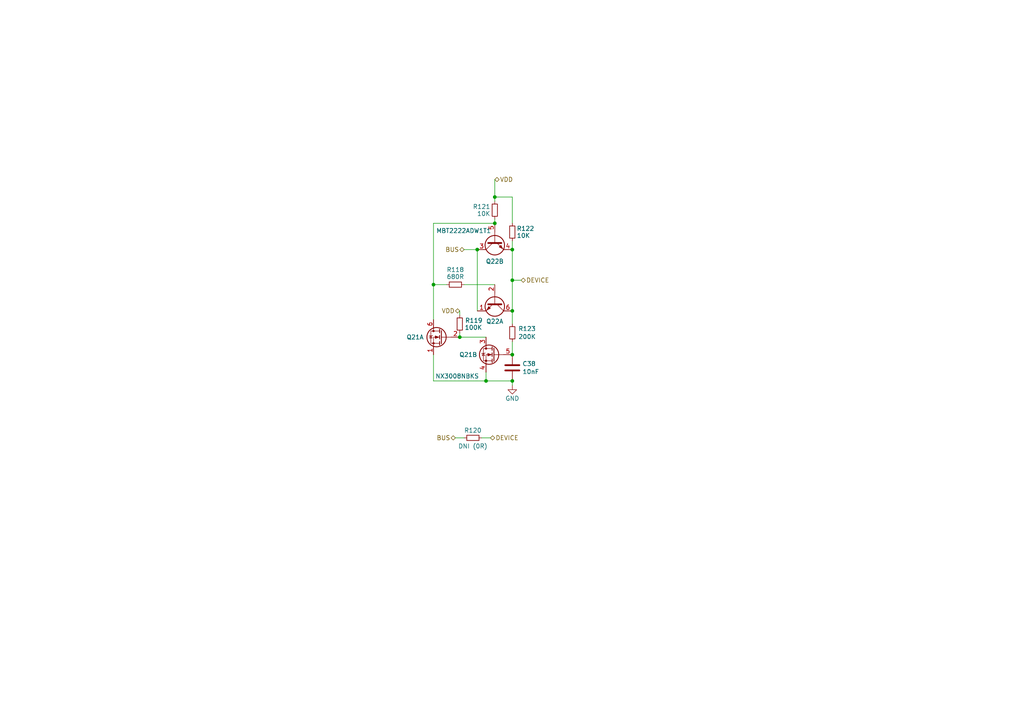
<source format=kicad_sch>
(kicad_sch (version 20231120) (generator "eeschema") (generator_version "8.0")
  (paper "A4")
  (lib_symbols
    (symbol "Device:C" (pin_numbers hide) (pin_names (offset 0.254))
      (property "Reference" "C" (at 0.635 2.54 0))
      (property "Value" "C" (at 0.635 -2.54 0))
      (symbol "C_0_1"
        (polyline (pts (xy -2.032 -0.762) (xy 2.032 -0.762)) (stroke (width 0.508)))
        (polyline (pts (xy -2.032 0.762) (xy 2.032 0.762)) (stroke (width 0.508)))
      )
      (symbol "C_1_1"
        (pin passive line (at 0 3.81 270) (length 2.794) (name "~") (number "1"))
        (pin passive line (at 0 -3.81 90) (length 2.794) (name "~") (number "2"))
      )
    )
    (symbol "Device:R_Small" (pin_numbers hide) (pin_names (offset 0.254) hide)
      (property "Reference" "R" (at 0.762 0.508 0))
      (property "Value" "R_Small" (at 0.762 -1.016 0))
      (symbol "R_Small_0_1"
        (rectangle (start -0.762 1.778) (end 0.762 -1.778) (stroke (width 0.2032)))
      )
      (symbol "R_Small_1_1"
        (pin passive line (at 0 2.54 270) (length 0.762) (name "~") (number "1"))
        (pin passive line (at 0 -2.54 90) (length 0.762) (name "~") (number "2"))
      )
    )
    (symbol "Transistor_BJT:MBT2222ADW1T1" (pin_names (offset 0) hide)
      (property "Reference" "Q" (at 5.08 1.27 0))
      (property "Value" "MBT2222ADW1T1" (at 5.08 -1.27 0))
      (symbol "MBT2222ADW1T1_0_1"
        (polyline (pts (xy 0.635 0) (xy -2.54 0)))
        (polyline (pts (xy 0.635 0.635) (xy 2.54 2.54)))
        (polyline (pts (xy 0.635 -0.635) (xy 2.54 -2.54) (xy 2.54 -2.54)))
        (polyline (pts (xy 0.635 1.905) (xy 0.635 -1.905) (xy 0.635 -1.905)) (stroke (width 0.508)))
        (polyline (pts (xy 1.27 -1.778) (xy 1.778 -1.27) (xy 2.286 -2.286) (xy 1.27 -1.778) (xy 1.27 -1.778)) (fill (type outline)))
        (circle (center 1.27 0) (radius 2.8194) (stroke (width 0.254)))
      )
      (symbol "MBT2222ADW1T1_1_1"
        (pin passive line (at 2.54 -5.08 90) (length 2.54) (name "E1") (number "1"))
        (pin input line (at -5.08 0 0) (length 2.54) (name "B1") (number "2"))
        (pin passive line (at 2.54 5.08 270) (length 2.54) (name "C1") (number "6"))
      )
      (symbol "MBT2222ADW1T1_2_1"
        (pin passive line (at 2.54 5.08 270) (length 2.54) (name "C2") (number "3"))
        (pin passive line (at 2.54 -5.08 90) (length 2.54) (name "E2") (number "4"))
        (pin input line (at -5.08 0 0) (length 2.54) (name "B2") (number "5"))
      )
    )
    (symbol "mainboard:NX3008NBKS" (pin_names (offset 0.762) hide)
      (property "Reference" "Q" (at 5.08 1.27 0))
      (property "Value" "NX3008NBKS" (at 5.08 -1.27 0))
      (symbol "NX3008NBKS_1_1"
        (polyline (pts (xy -1.016 0) (xy -3.81 0)))
        (polyline (pts (xy -1.016 1.905) (xy -1.016 -1.905)) (stroke (width 0.254)))
        (polyline (pts (xy -0.508 -1.27) (xy -0.508 -2.286)) (stroke (width 0.254)))
        (polyline (pts (xy -0.508 0.508) (xy -0.508 -0.508)) (stroke (width 0.254)))
        (polyline (pts (xy -0.508 2.286) (xy -0.508 1.27)) (stroke (width 0.254)))
        (polyline (pts (xy 1.27 2.54) (xy 1.27 1.778)))
        (polyline (pts (xy 1.27 -2.54) (xy 1.27 0) (xy -0.508 0)))
        (polyline (pts (xy -0.508 -1.778) (xy 2.032 -1.778) (xy 2.032 1.778) (xy -0.508 1.778)))
        (polyline (pts (xy -0.254 0) (xy 0.762 0.381) (xy 0.762 -0.381) (xy -0.254 0)) (fill (type outline)))
        (polyline (pts (xy 1.524 0.508) (xy 1.651 0.381) (xy 2.413 0.381) (xy 2.54 0.254)))
        (polyline (pts (xy 2.032 0.381) (xy 1.651 -0.254) (xy 2.413 -0.254) (xy 2.032 0.381)))
        (circle (center 0.381 0) (radius 2.794) (stroke (width 0.254)))
        (circle (center 1.27 -1.778) (radius 0.254) (fill (type outline)))
        (circle (center 1.27 1.778) (radius 0.254) (fill (type outline)))
        (pin passive line (at 1.27 -5.08 90) (length 2.54) (name "S2") (number "1"))
        (pin input line (at -6.35 0 0) (length 2.54) (name "G2") (number "2"))
        (pin passive line (at 1.27 5.08 270) (length 2.54) (name "D1") (number "6"))
      )
      (symbol "NX3008NBKS_2_1"
        (polyline (pts (xy -1.016 0) (xy -3.81 0)))
        (polyline (pts (xy -1.016 1.905) (xy -1.016 -1.905)) (stroke (width 0.254)))
        (polyline (pts (xy -0.508 -1.27) (xy -0.508 -2.286)) (stroke (width 0.254)))
        (polyline (pts (xy -0.508 0.508) (xy -0.508 -0.508)) (stroke (width 0.254)))
        (polyline (pts (xy -0.508 2.286) (xy -0.508 1.27)) (stroke (width 0.254)))
        (polyline (pts (xy 1.27 2.54) (xy 1.27 1.778)))
        (polyline (pts (xy 1.27 -2.54) (xy 1.27 0) (xy -0.508 0)))
        (polyline (pts (xy -0.508 -1.778) (xy 2.032 -1.778) (xy 2.032 1.778) (xy -0.508 1.778)))
        (polyline (pts (xy -0.254 0) (xy 0.762 0.381) (xy 0.762 -0.381) (xy -0.254 0)) (fill (type outline)))
        (polyline (pts (xy 1.524 0.508) (xy 1.651 0.381) (xy 2.413 0.381) (xy 2.54 0.254)))
        (polyline (pts (xy 2.032 0.381) (xy 1.651 -0.254) (xy 2.413 -0.254) (xy 2.032 0.381)))
        (circle (center 0.381 0) (radius 2.794) (stroke (width 0.254)))
        (circle (center 1.27 -1.778) (radius 0.254) (fill (type outline)))
        (circle (center 1.27 1.778) (radius 0.254) (fill (type outline)))
        (pin passive line (at 1.27 5.08 270) (length 2.54) (name "D2") (number "3"))
        (pin passive line (at 1.27 -5.08 90) (length 2.54) (name "S1") (number "4"))
        (pin input line (at -6.35 0 0) (length 2.54) (name "G1") (number "5"))
      )
    )
    (symbol "power:GND" (power) (pin_numbers hide) (pin_names (offset 0) hide)
      (property "Value" "GND" (at 0 -3.81 0))
      (symbol "GND_0_1"
        (polyline (pts (xy 0 0) (xy 0 -1.27) (xy 1.27 -1.27) (xy 0 -2.54) (xy -1.27 -1.27) (xy 0 -1.27)))
      )
      (symbol "GND_1_1"
        (pin power_in line (at 0 0 270) (length 0) (name "~") (number "1"))
      )
    )
  )
  (junction (at 148.59 72.39))
  (junction (at 148.59 102.87))
  (junction (at 148.59 81.28))
  (junction (at 143.51 64.77))
  (junction (at 133.35 97.79))
  (junction (at 140.97 110.49))
  (junction (at 148.59 90.17))
  (junction (at 125.73 82.55))
  (junction (at 148.59 110.49))
  (junction (at 138.43 72.39))
  (junction (at 143.51 57.15))
  (wire (pts (xy 134.62 72.39) (xy 138.43 72.39)))
  (wire (pts (xy 140.97 107.95) (xy 140.97 110.49)))
  (wire (pts (xy 133.35 97.79) (xy 140.97 97.79)))
  (wire (pts (xy 139.7 127) (xy 142.24 127)))
  (wire (pts (xy 138.43 72.39) (xy 138.43 90.17)))
  (wire (pts (xy 143.51 57.15) (xy 143.51 58.42)))
  (wire (pts (xy 148.59 90.17) (xy 148.59 93.98)))
  (wire (pts (xy 143.51 63.5) (xy 143.51 64.77)))
  (wire (pts (xy 140.97 110.49) (xy 148.59 110.49)))
  (wire (pts (xy 148.59 69.85) (xy 148.59 72.39)))
  (wire (pts (xy 148.59 111.76) (xy 148.59 110.49)))
  (wire (pts (xy 148.59 57.15) (xy 148.59 64.77)))
  (wire (pts (xy 134.62 82.55) (xy 143.51 82.55)))
  (wire (pts (xy 125.73 82.55) (xy 129.54 82.55)))
  (wire (pts (xy 133.35 90.17) (xy 133.35 91.44)))
  (wire (pts (xy 125.73 82.55) (xy 125.73 64.77)))
  (wire (pts (xy 125.73 110.49) (xy 140.97 110.49)))
  (wire (pts (xy 148.59 90.17) (xy 148.59 81.28)))
  (wire (pts (xy 143.51 52.07) (xy 143.51 57.15)))
  (wire (pts (xy 132.08 127) (xy 134.62 127)))
  (wire (pts (xy 148.59 99.06) (xy 148.59 102.87)))
  (wire (pts (xy 148.59 81.28) (xy 148.59 72.39)))
  (wire (pts (xy 133.35 96.52) (xy 133.35 97.79)))
  (wire (pts (xy 125.73 64.77) (xy 143.51 64.77)))
  (wire (pts (xy 125.73 102.87) (xy 125.73 110.49)))
  (wire (pts (xy 125.73 92.71) (xy 125.73 82.55)))
  (wire (pts (xy 151.13 81.28) (xy 148.59 81.28)))
  (wire (pts (xy 148.59 57.15) (xy 143.51 57.15)))
  (hierarchical_label "VDD" (shape bidirectional) (at 143.51 52.07 0))
  (hierarchical_label "VDD" (shape bidirectional) (at 133.35 90.17 180))
  (hierarchical_label "DEVICE" (shape bidirectional) (at 142.24 127 0))
  (hierarchical_label "BUS" (shape bidirectional) (at 134.62 72.39 180))
  (hierarchical_label "DEVICE" (shape bidirectional) (at 151.13 81.28 0))
  (hierarchical_label "BUS" (shape bidirectional) (at 132.08 127 180))
  (symbol (lib_id "Device:R_Small") (at 148.59 96.52 0) (unit 1)
    (property "Reference" "R94" (at 150.3172 95.3516 0) (effects (justify left)))
    (property "Value" "200K" (at 150.3172 97.663 0) (effects (justify left)))
    (property "Footprint" "Resistor_SMD:R_0603_1608Metric" (effects (hide yes)))
    (property "Description" "Resistor, small symbol" (effects (hide yes)))
    (instances (project "Avionics-SolarPanels" (path "" (reference "R123") (unit 1)) (path "" (reference "R117") (unit 1)) (path "" (reference "R94") (unit 1)) (path "" (reference "R101") (unit 1)) (path "" (reference "R131") (unit 1)) (path "" (reference "R137") (unit 1))))
  )
  (symbol (lib_id "Device:R_Small") (at 133.35 93.98 0) (unit 1)
    (property "Reference" "R85" (at 134.874 92.964 0) (effects (justify left)))
    (property "Value" "100K" (at 134.747 94.996 0) (effects (justify left)))
    (property "Footprint" "Resistor_SMD:R_0603_1608Metric" (effects (hide yes)))
    (property "Description" "Resistor, small symbol" (effects (hide yes)))
    (instances (project "Avionics-SolarPanels" (path "" (reference "R119") (unit 1)) (path "" (reference "R107") (unit 1)) (path "" (reference "R85") (unit 1)) (path "" (reference "R97") (unit 1)) (path "" (reference "R127") (unit 1)) (path "" (reference "R133") (unit 1))))
  )
  (symbol (lib_id "Device:C") (at 148.59 106.68 0) (unit 1)
    (property "Reference" "C34" (at 151.511 105.5116 0) (effects (justify left)))
    (property "Value" "10nF" (at 151.511 107.823 0) (effects (justify left)))
    (property "Footprint" "Capacitor_SMD:C_0603_1608Metric" (effects (hide yes)))
    (property "Description" "10nF +-10% 50V X7R" (effects (hide yes)))
    (instances (project "Avionics-SolarPanels" (path "" (reference "C38") (unit 1)) (path "" (reference "C37") (unit 1)) (path "" (reference "C34") (unit 1)) (path "" (reference "C35") (unit 1)) (path "" (reference "C48") (unit 1)) (path "" (reference "C49") (unit 1))))
  )
  (symbol (lib_id "Device:R_Small") (at 132.08 82.55 270) (unit 1)
    (property "Reference" "R60" (at 132.08 78.232 90))
    (property "Value" "680R" (at 132.08 80.264 90))
    (property "Footprint" "Resistor_SMD:R_0603_1608Metric" (effects (hide yes)))
    (property "Description" "Resistor, small symbol" (effects (hide yes)))
    (instances (project "Avionics-SolarPanels" (path "" (reference "R118") (unit 1)) (path "" (reference "R106") (unit 1)) (path "" (reference "R60") (unit 1)) (path "" (reference "R96") (unit 1)) (path "" (reference "R126") (unit 1)) (path "" (reference "R132") (unit 1))))
  )
  (symbol (lib_id "mainboard:NX3008NBKS") (at 127 97.79 0) (mirror y) (unit 1)
    (property "Reference" "Q7" (at 122.936 97.79 0) (effects (justify left)))
    (property "Value" "NX3008NBKS" (at 138.938 109.093 0) (effects (justify left)))
    (property "Footprint" "Package_TO_SOT_SMD:SOT-363_SC-70-6" (effects (hide yes)))
    (property "Datasheet" "https://assets.nexperia.com/documents/data-sheet/NX3008NBKS.pdf" (effects (hide yes)))
    (property "Description" "Dual N-Channel MOSFET - 2NMOS" (effects (hide yes)))
    (property "Manufacturer_Name" "Nexperia USA Inc." (effects (hide yes)))
    (property "Manufacturer_Part_Number" "NX3008NBKS" (effects (hide yes)))
    (instances (project "Avionics-SolarPanels" (path "" (reference "Q21") (unit 1)) (path "" (reference "Q19") (unit 1)) (path "" (reference "Q7") (unit 1)) (path "" (reference "Q17") (unit 1)) (path "" (reference "Q23") (unit 1)) (path "" (reference "Q25") (unit 1))))
  )
  (symbol (lib_id "Transistor_BJT:MBT2222ADW1T1") (at 143.51 87.63 270) (unit 1)
    (property "Reference" "Q8" (at 143.51 93.218 90))
    (property "Value" "MBT2222ADW1T1" (effects (hide yes)))
    (property "Footprint" "Package_TO_SOT_SMD:SOT-363_SC-70-6" (effects (hide yes)))
    (property "Datasheet" "http://www.onsemi.com/pub_link/Collateral/MBT2222ADW1T1-D.PDF" (effects (hide yes)))
    (property "Description" "Dual NPN BJT - 2NPN" (effects (hide yes)))
    (property "Flight" "MBT2222ADW1T1G" (effects (hide yes)))
    (property "Manufacturer_Name" "ON Semiconductor" (effects (hide yes)))
    (property "Manufacturer_Part_Number" "MBT2222ADW1T1G" (effects (hide yes)))
    (property "Proto" "MBT2222ADW1T1G" (effects (hide yes)))
    (instances (project "Avionics-SolarPanels" (path "" (reference "Q22") (unit 1)) (path "" (reference "Q20") (unit 1)) (path "" (reference "Q8") (unit 1)) (path "" (reference "Q18") (unit 1)) (path "" (reference "Q24") (unit 1)) (path "" (reference "Q26") (unit 1))))
  )
  (symbol (lib_id "Transistor_BJT:MBT2222ADW1T1") (at 143.51 69.85 90) (mirror x) (unit 2)
    (property "Reference" "Q8" (at 143.51 75.819 90))
    (property "Value" "MBT2222ADW1T1" (at 134.493 66.929 90))
    (property "Footprint" "Package_TO_SOT_SMD:SOT-363_SC-70-6" (effects (hide yes)))
    (property "Datasheet" "http://www.onsemi.com/pub_link/Collateral/MBT2222ADW1T1-D.PDF" (effects (hide yes)))
    (property "Description" "Dual NPN BJT - 2NPN" (effects (hide yes)))
    (property "Flight" "MBT2222ADW1T1G" (effects (hide yes)))
    (property "Manufacturer_Name" "ON Semiconductor" (effects (hide yes)))
    (property "Manufacturer_Part_Number" "MBT2222ADW1T1G" (effects (hide yes)))
    (property "Proto" "MBT2222ADW1T1G" (effects (hide yes)))
    (instances (project "Avionics-SolarPanels" (path "" (reference "Q22") (unit 2)) (path "" (reference "Q20") (unit 2)) (path "" (reference "Q8") (unit 2)) (path "" (reference "Q18") (unit 2)) (path "" (reference "Q24") (unit 2)) (path "" (reference "Q26") (unit 2))))
  )
  (symbol (lib_id "power:GND") (at 148.59 111.76 0) (unit 1)
    (property "Reference" "#PWR045" (effects (hide yes)))
    (property "Value" "GND" (at 148.59 115.57 0))
    (instances (project "Avionics-SolarPanels" (path "" (reference "#PWR055") (unit 1)) (path "" (reference "#PWR053") (unit 1)) (path "" (reference "#PWR045") (unit 1)) (path "" (reference "#PWR047") (unit 1)) (path "" (reference "#PWR058") (unit 1)) (path "" (reference "#PWR059") (unit 1))))
  )
  (symbol (lib_id "mainboard:NX3008NBKS") (at 142.24 102.87 0) (mirror y) (unit 2)
    (property "Reference" "Q7" (at 138.43 102.87 0) (effects (justify left)))
    (property "Value" "NX3008NBKS" (effects (hide yes)))
    (property "Footprint" "Package_TO_SOT_SMD:SOT-363_SC-70-6" (effects (hide yes)))
    (property "Datasheet" "https://assets.nexperia.com/documents/data-sheet/NX3008NBKS.pdf" (effects (hide yes)))
    (property "Description" "Dual N-Channel MOSFET - 2NMOS" (effects (hide yes)))
    (property "Manufacturer_Name" "Nexperia USA Inc." (effects (hide yes)))
    (property "Manufacturer_Part_Number" "NX3008NBKS" (effects (hide yes)))
    (instances (project "Avionics-SolarPanels" (path "" (reference "Q21") (unit 2)) (path "" (reference "Q19") (unit 2)) (path "" (reference "Q7") (unit 2)) (path "" (reference "Q17") (unit 2)) (path "" (reference "Q23") (unit 2)) (path "" (reference "Q25") (unit 2))))
  )
  (symbol (lib_id "Device:R_Small") (at 148.59 67.31 0) (unit 1)
    (property "Reference" "R87" (at 149.86 66.294 0) (effects (justify left)))
    (property "Value" "10K" (at 149.86 68.326 0) (effects (justify left)))
    (property "Footprint" "Resistor_SMD:R_0603_1608Metric" (effects (hide yes)))
    (property "Description" "Resistor, small symbol" (effects (hide yes)))
    (instances (project "Avionics-SolarPanels" (path "" (reference "R122") (unit 1)) (path "" (reference "R116") (unit 1)) (path "" (reference "R87") (unit 1)) (path "" (reference "R100") (unit 1)) (path "" (reference "R130") (unit 1)) (path "" (reference "R136") (unit 1))))
  )
  (symbol (lib_id "Device:R_Small") (at 143.51 60.96 0) (unit 1)
    (property "Reference" "R86" (at 142.24 59.944 0) (effects (justify right)))
    (property "Value" "10K" (at 142.24 61.976 0) (effects (justify right)))
    (property "Footprint" "Resistor_SMD:R_0603_1608Metric" (effects (hide yes)))
    (property "Description" "Resistor, small symbol" (effects (hide yes)))
    (instances (project "Avionics-SolarPanels" (path "" (reference "R121") (unit 1)) (path "" (reference "R115") (unit 1)) (path "" (reference "R86") (unit 1)) (path "" (reference "R99") (unit 1)) (path "" (reference "R129") (unit 1)) (path "" (reference "R135") (unit 1))))
  )
  (symbol (lib_id "Device:R_Small") (at 137.16 127 270) (unit 1)
    (property "Reference" "R95" (at 137.16 124.841 90))
    (property "Value" "DNI (0R)" (at 137.16 129.413 90))
    (property "Footprint" "Resistor_SMD:R_0603_1608Metric" (effects (hide yes)))
    (property "Description" "Resistor, small symbol" (effects (hide yes)))
    (property "DNI" "DNI" (effects (hide yes)))
    (instances (project "Avionics-SolarPanels" (path "" (reference "R120") (unit 1)) (path "" (reference "R114") (unit 1)) (path "" (reference "R95") (unit 1)) (path "" (reference "R98") (unit 1)) (path "" (reference "R128") (unit 1)) (path "" (reference "R134") (unit 1))))
  )
)
</source>
